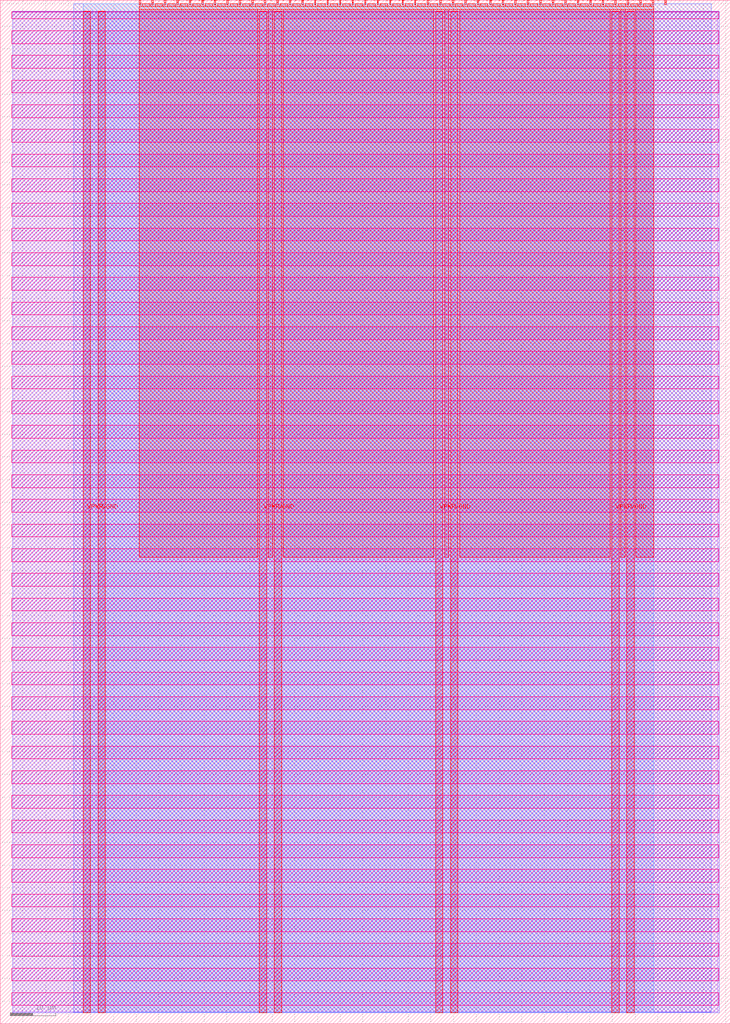
<source format=lef>
VERSION 5.7 ;
  NOWIREEXTENSIONATPIN ON ;
  DIVIDERCHAR "/" ;
  BUSBITCHARS "[]" ;
MACRO tt_um_stochastic_addmultiply_CL123abc
  CLASS BLOCK ;
  FOREIGN tt_um_stochastic_addmultiply_CL123abc ;
  ORIGIN 0.000 0.000 ;
  SIZE 161.000 BY 225.760 ;
  PIN VGND
    DIRECTION INOUT ;
    USE GROUND ;
    PORT
      LAYER met4 ;
        RECT 21.580 2.480 23.180 223.280 ;
    END
    PORT
      LAYER met4 ;
        RECT 60.450 2.480 62.050 223.280 ;
    END
    PORT
      LAYER met4 ;
        RECT 99.320 2.480 100.920 223.280 ;
    END
    PORT
      LAYER met4 ;
        RECT 138.190 2.480 139.790 223.280 ;
    END
  END VGND
  PIN VPWR
    DIRECTION INOUT ;
    USE POWER ;
    PORT
      LAYER met4 ;
        RECT 18.280 2.480 19.880 223.280 ;
    END
    PORT
      LAYER met4 ;
        RECT 57.150 2.480 58.750 223.280 ;
    END
    PORT
      LAYER met4 ;
        RECT 96.020 2.480 97.620 223.280 ;
    END
    PORT
      LAYER met4 ;
        RECT 134.890 2.480 136.490 223.280 ;
    END
  END VPWR
  PIN clk
    DIRECTION INPUT ;
    USE SIGNAL ;
    ANTENNAGATEAREA 0.852000 ;
    PORT
      LAYER met4 ;
        RECT 143.830 224.760 144.130 225.760 ;
    END
  END clk
  PIN ena
    DIRECTION INPUT ;
    USE SIGNAL ;
    PORT
      LAYER met4 ;
        RECT 146.590 224.760 146.890 225.760 ;
    END
  END ena
  PIN rst_n
    DIRECTION INPUT ;
    USE SIGNAL ;
    ANTENNAGATEAREA 0.196500 ;
    PORT
      LAYER met4 ;
        RECT 141.070 224.760 141.370 225.760 ;
    END
  END rst_n
  PIN ui_in[0]
    DIRECTION INPUT ;
    USE SIGNAL ;
    ANTENNAGATEAREA 0.196500 ;
    PORT
      LAYER met4 ;
        RECT 138.310 224.760 138.610 225.760 ;
    END
  END ui_in[0]
  PIN ui_in[1]
    DIRECTION INPUT ;
    USE SIGNAL ;
    ANTENNAGATEAREA 0.196500 ;
    PORT
      LAYER met4 ;
        RECT 135.550 224.760 135.850 225.760 ;
    END
  END ui_in[1]
  PIN ui_in[2]
    DIRECTION INPUT ;
    USE SIGNAL ;
    PORT
      LAYER met4 ;
        RECT 132.790 224.760 133.090 225.760 ;
    END
  END ui_in[2]
  PIN ui_in[3]
    DIRECTION INPUT ;
    USE SIGNAL ;
    PORT
      LAYER met4 ;
        RECT 130.030 224.760 130.330 225.760 ;
    END
  END ui_in[3]
  PIN ui_in[4]
    DIRECTION INPUT ;
    USE SIGNAL ;
    PORT
      LAYER met4 ;
        RECT 127.270 224.760 127.570 225.760 ;
    END
  END ui_in[4]
  PIN ui_in[5]
    DIRECTION INPUT ;
    USE SIGNAL ;
    PORT
      LAYER met4 ;
        RECT 124.510 224.760 124.810 225.760 ;
    END
  END ui_in[5]
  PIN ui_in[6]
    DIRECTION INPUT ;
    USE SIGNAL ;
    PORT
      LAYER met4 ;
        RECT 121.750 224.760 122.050 225.760 ;
    END
  END ui_in[6]
  PIN ui_in[7]
    DIRECTION INPUT ;
    USE SIGNAL ;
    PORT
      LAYER met4 ;
        RECT 118.990 224.760 119.290 225.760 ;
    END
  END ui_in[7]
  PIN uio_in[0]
    DIRECTION INPUT ;
    USE SIGNAL ;
    PORT
      LAYER met4 ;
        RECT 116.230 224.760 116.530 225.760 ;
    END
  END uio_in[0]
  PIN uio_in[1]
    DIRECTION INPUT ;
    USE SIGNAL ;
    PORT
      LAYER met4 ;
        RECT 113.470 224.760 113.770 225.760 ;
    END
  END uio_in[1]
  PIN uio_in[2]
    DIRECTION INPUT ;
    USE SIGNAL ;
    PORT
      LAYER met4 ;
        RECT 110.710 224.760 111.010 225.760 ;
    END
  END uio_in[2]
  PIN uio_in[3]
    DIRECTION INPUT ;
    USE SIGNAL ;
    PORT
      LAYER met4 ;
        RECT 107.950 224.760 108.250 225.760 ;
    END
  END uio_in[3]
  PIN uio_in[4]
    DIRECTION INPUT ;
    USE SIGNAL ;
    PORT
      LAYER met4 ;
        RECT 105.190 224.760 105.490 225.760 ;
    END
  END uio_in[4]
  PIN uio_in[5]
    DIRECTION INPUT ;
    USE SIGNAL ;
    PORT
      LAYER met4 ;
        RECT 102.430 224.760 102.730 225.760 ;
    END
  END uio_in[5]
  PIN uio_in[6]
    DIRECTION INPUT ;
    USE SIGNAL ;
    PORT
      LAYER met4 ;
        RECT 99.670 224.760 99.970 225.760 ;
    END
  END uio_in[6]
  PIN uio_in[7]
    DIRECTION INPUT ;
    USE SIGNAL ;
    PORT
      LAYER met4 ;
        RECT 96.910 224.760 97.210 225.760 ;
    END
  END uio_in[7]
  PIN uio_oe[0]
    DIRECTION OUTPUT ;
    USE SIGNAL ;
    ANTENNADIFFAREA 0.445500 ;
    PORT
      LAYER met4 ;
        RECT 49.990 224.760 50.290 225.760 ;
    END
  END uio_oe[0]
  PIN uio_oe[1]
    DIRECTION OUTPUT ;
    USE SIGNAL ;
    ANTENNADIFFAREA 0.445500 ;
    PORT
      LAYER met4 ;
        RECT 47.230 224.760 47.530 225.760 ;
    END
  END uio_oe[1]
  PIN uio_oe[2]
    DIRECTION OUTPUT ;
    USE SIGNAL ;
    ANTENNADIFFAREA 0.445500 ;
    PORT
      LAYER met4 ;
        RECT 44.470 224.760 44.770 225.760 ;
    END
  END uio_oe[2]
  PIN uio_oe[3]
    DIRECTION OUTPUT ;
    USE SIGNAL ;
    ANTENNADIFFAREA 0.445500 ;
    PORT
      LAYER met4 ;
        RECT 41.710 224.760 42.010 225.760 ;
    END
  END uio_oe[3]
  PIN uio_oe[4]
    DIRECTION OUTPUT ;
    USE SIGNAL ;
    ANTENNADIFFAREA 0.445500 ;
    PORT
      LAYER met4 ;
        RECT 38.950 224.760 39.250 225.760 ;
    END
  END uio_oe[4]
  PIN uio_oe[5]
    DIRECTION OUTPUT ;
    USE SIGNAL ;
    ANTENNADIFFAREA 0.445500 ;
    PORT
      LAYER met4 ;
        RECT 36.190 224.760 36.490 225.760 ;
    END
  END uio_oe[5]
  PIN uio_oe[6]
    DIRECTION OUTPUT ;
    USE SIGNAL ;
    ANTENNADIFFAREA 0.445500 ;
    PORT
      LAYER met4 ;
        RECT 33.430 224.760 33.730 225.760 ;
    END
  END uio_oe[6]
  PIN uio_oe[7]
    DIRECTION OUTPUT ;
    USE SIGNAL ;
    ANTENNADIFFAREA 0.445500 ;
    PORT
      LAYER met4 ;
        RECT 30.670 224.760 30.970 225.760 ;
    END
  END uio_oe[7]
  PIN uio_out[0]
    DIRECTION OUTPUT ;
    USE SIGNAL ;
    ANTENNADIFFAREA 0.445500 ;
    PORT
      LAYER met4 ;
        RECT 72.070 224.760 72.370 225.760 ;
    END
  END uio_out[0]
  PIN uio_out[1]
    DIRECTION OUTPUT ;
    USE SIGNAL ;
    ANTENNADIFFAREA 0.445500 ;
    PORT
      LAYER met4 ;
        RECT 69.310 224.760 69.610 225.760 ;
    END
  END uio_out[1]
  PIN uio_out[2]
    DIRECTION OUTPUT ;
    USE SIGNAL ;
    ANTENNADIFFAREA 0.445500 ;
    PORT
      LAYER met4 ;
        RECT 66.550 224.760 66.850 225.760 ;
    END
  END uio_out[2]
  PIN uio_out[3]
    DIRECTION OUTPUT ;
    USE SIGNAL ;
    ANTENNADIFFAREA 0.445500 ;
    PORT
      LAYER met4 ;
        RECT 63.790 224.760 64.090 225.760 ;
    END
  END uio_out[3]
  PIN uio_out[4]
    DIRECTION OUTPUT ;
    USE SIGNAL ;
    ANTENNADIFFAREA 0.445500 ;
    PORT
      LAYER met4 ;
        RECT 61.030 224.760 61.330 225.760 ;
    END
  END uio_out[4]
  PIN uio_out[5]
    DIRECTION OUTPUT ;
    USE SIGNAL ;
    ANTENNADIFFAREA 0.445500 ;
    PORT
      LAYER met4 ;
        RECT 58.270 224.760 58.570 225.760 ;
    END
  END uio_out[5]
  PIN uio_out[6]
    DIRECTION OUTPUT ;
    USE SIGNAL ;
    ANTENNADIFFAREA 0.445500 ;
    PORT
      LAYER met4 ;
        RECT 55.510 224.760 55.810 225.760 ;
    END
  END uio_out[6]
  PIN uio_out[7]
    DIRECTION OUTPUT ;
    USE SIGNAL ;
    ANTENNADIFFAREA 0.445500 ;
    PORT
      LAYER met4 ;
        RECT 52.750 224.760 53.050 225.760 ;
    END
  END uio_out[7]
  PIN uo_out[0]
    DIRECTION OUTPUT ;
    USE SIGNAL ;
    ANTENNADIFFAREA 0.445500 ;
    PORT
      LAYER met4 ;
        RECT 94.150 224.760 94.450 225.760 ;
    END
  END uo_out[0]
  PIN uo_out[1]
    DIRECTION OUTPUT ;
    USE SIGNAL ;
    ANTENNADIFFAREA 0.445500 ;
    PORT
      LAYER met4 ;
        RECT 91.390 224.760 91.690 225.760 ;
    END
  END uo_out[1]
  PIN uo_out[2]
    DIRECTION OUTPUT ;
    USE SIGNAL ;
    ANTENNADIFFAREA 0.445500 ;
    PORT
      LAYER met4 ;
        RECT 88.630 224.760 88.930 225.760 ;
    END
  END uo_out[2]
  PIN uo_out[3]
    DIRECTION OUTPUT ;
    USE SIGNAL ;
    ANTENNADIFFAREA 0.795200 ;
    PORT
      LAYER met4 ;
        RECT 85.870 224.760 86.170 225.760 ;
    END
  END uo_out[3]
  PIN uo_out[4]
    DIRECTION OUTPUT ;
    USE SIGNAL ;
    ANTENNADIFFAREA 0.445500 ;
    PORT
      LAYER met4 ;
        RECT 83.110 224.760 83.410 225.760 ;
    END
  END uo_out[4]
  PIN uo_out[5]
    DIRECTION OUTPUT ;
    USE SIGNAL ;
    ANTENNADIFFAREA 0.445500 ;
    PORT
      LAYER met4 ;
        RECT 80.350 224.760 80.650 225.760 ;
    END
  END uo_out[5]
  PIN uo_out[6]
    DIRECTION OUTPUT ;
    USE SIGNAL ;
    ANTENNADIFFAREA 0.445500 ;
    PORT
      LAYER met4 ;
        RECT 77.590 224.760 77.890 225.760 ;
    END
  END uo_out[6]
  PIN uo_out[7]
    DIRECTION OUTPUT ;
    USE SIGNAL ;
    ANTENNADIFFAREA 0.445500 ;
    PORT
      LAYER met4 ;
        RECT 74.830 224.760 75.130 225.760 ;
    END
  END uo_out[7]
  OBS
      LAYER nwell ;
        RECT 2.570 221.625 158.430 223.230 ;
        RECT 2.570 216.185 158.430 219.015 ;
        RECT 2.570 210.745 158.430 213.575 ;
        RECT 2.570 205.305 158.430 208.135 ;
        RECT 2.570 199.865 158.430 202.695 ;
        RECT 2.570 194.425 158.430 197.255 ;
        RECT 2.570 188.985 158.430 191.815 ;
        RECT 2.570 183.545 158.430 186.375 ;
        RECT 2.570 178.105 158.430 180.935 ;
        RECT 2.570 172.665 158.430 175.495 ;
        RECT 2.570 167.225 158.430 170.055 ;
        RECT 2.570 161.785 158.430 164.615 ;
        RECT 2.570 156.345 158.430 159.175 ;
        RECT 2.570 150.905 158.430 153.735 ;
        RECT 2.570 145.465 158.430 148.295 ;
        RECT 2.570 140.025 158.430 142.855 ;
        RECT 2.570 134.585 158.430 137.415 ;
        RECT 2.570 129.145 158.430 131.975 ;
        RECT 2.570 123.705 158.430 126.535 ;
        RECT 2.570 118.265 158.430 121.095 ;
        RECT 2.570 112.825 158.430 115.655 ;
        RECT 2.570 107.385 158.430 110.215 ;
        RECT 2.570 101.945 158.430 104.775 ;
        RECT 2.570 96.505 158.430 99.335 ;
        RECT 2.570 91.065 158.430 93.895 ;
        RECT 2.570 85.625 158.430 88.455 ;
        RECT 2.570 80.185 158.430 83.015 ;
        RECT 2.570 74.745 158.430 77.575 ;
        RECT 2.570 69.305 158.430 72.135 ;
        RECT 2.570 63.865 158.430 66.695 ;
        RECT 2.570 58.425 158.430 61.255 ;
        RECT 2.570 52.985 158.430 55.815 ;
        RECT 2.570 47.545 158.430 50.375 ;
        RECT 2.570 42.105 158.430 44.935 ;
        RECT 2.570 36.665 158.430 39.495 ;
        RECT 2.570 31.225 158.430 34.055 ;
        RECT 2.570 25.785 158.430 28.615 ;
        RECT 2.570 20.345 158.430 23.175 ;
        RECT 2.570 14.905 158.430 17.735 ;
        RECT 2.570 9.465 158.430 12.295 ;
        RECT 2.570 4.025 158.430 6.855 ;
      LAYER li1 ;
        RECT 2.760 2.635 158.240 223.125 ;
      LAYER met1 ;
        RECT 2.760 2.480 158.540 223.280 ;
      LAYER met2 ;
        RECT 16.200 2.535 156.760 224.925 ;
      LAYER met3 ;
        RECT 18.290 2.555 144.170 224.905 ;
      LAYER met4 ;
        RECT 31.370 224.360 33.030 224.905 ;
        RECT 34.130 224.360 35.790 224.905 ;
        RECT 36.890 224.360 38.550 224.905 ;
        RECT 39.650 224.360 41.310 224.905 ;
        RECT 42.410 224.360 44.070 224.905 ;
        RECT 45.170 224.360 46.830 224.905 ;
        RECT 47.930 224.360 49.590 224.905 ;
        RECT 50.690 224.360 52.350 224.905 ;
        RECT 53.450 224.360 55.110 224.905 ;
        RECT 56.210 224.360 57.870 224.905 ;
        RECT 58.970 224.360 60.630 224.905 ;
        RECT 61.730 224.360 63.390 224.905 ;
        RECT 64.490 224.360 66.150 224.905 ;
        RECT 67.250 224.360 68.910 224.905 ;
        RECT 70.010 224.360 71.670 224.905 ;
        RECT 72.770 224.360 74.430 224.905 ;
        RECT 75.530 224.360 77.190 224.905 ;
        RECT 78.290 224.360 79.950 224.905 ;
        RECT 81.050 224.360 82.710 224.905 ;
        RECT 83.810 224.360 85.470 224.905 ;
        RECT 86.570 224.360 88.230 224.905 ;
        RECT 89.330 224.360 90.990 224.905 ;
        RECT 92.090 224.360 93.750 224.905 ;
        RECT 94.850 224.360 96.510 224.905 ;
        RECT 97.610 224.360 99.270 224.905 ;
        RECT 100.370 224.360 102.030 224.905 ;
        RECT 103.130 224.360 104.790 224.905 ;
        RECT 105.890 224.360 107.550 224.905 ;
        RECT 108.650 224.360 110.310 224.905 ;
        RECT 111.410 224.360 113.070 224.905 ;
        RECT 114.170 224.360 115.830 224.905 ;
        RECT 116.930 224.360 118.590 224.905 ;
        RECT 119.690 224.360 121.350 224.905 ;
        RECT 122.450 224.360 124.110 224.905 ;
        RECT 125.210 224.360 126.870 224.905 ;
        RECT 127.970 224.360 129.630 224.905 ;
        RECT 130.730 224.360 132.390 224.905 ;
        RECT 133.490 224.360 135.150 224.905 ;
        RECT 136.250 224.360 137.910 224.905 ;
        RECT 139.010 224.360 140.670 224.905 ;
        RECT 141.770 224.360 143.430 224.905 ;
        RECT 30.655 223.680 144.145 224.360 ;
        RECT 30.655 102.855 56.750 223.680 ;
        RECT 59.150 102.855 60.050 223.680 ;
        RECT 62.450 102.855 95.620 223.680 ;
        RECT 98.020 102.855 98.920 223.680 ;
        RECT 101.320 102.855 134.490 223.680 ;
        RECT 136.890 102.855 137.790 223.680 ;
        RECT 140.190 102.855 144.145 223.680 ;
  END
END tt_um_stochastic_addmultiply_CL123abc
END LIBRARY


</source>
